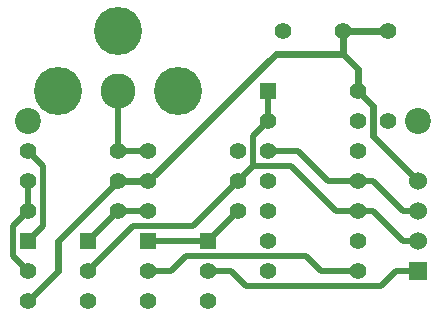
<source format=gtl>
G04 (created by PCBNEW (2013-05-16 BZR 4016)-stable) date 12/19/2013 7:04:02 PM*
%MOIN*%
G04 Gerber Fmt 3.4, Leading zero omitted, Abs format*
%FSLAX34Y34*%
G01*
G70*
G90*
G04 APERTURE LIST*
%ADD10C,0.00590551*%
%ADD11C,0.055*%
%ADD12R,0.055X0.055*%
%ADD13C,0.16*%
%ADD14C,0.117*%
%ADD15R,0.06X0.06*%
%ADD16C,0.06*%
%ADD17C,0.0866142*%
%ADD18C,0.019*%
%ADD19C,0.024*%
G04 APERTURE END LIST*
G54D10*
G54D11*
X41000Y-36000D03*
X44000Y-36000D03*
X44000Y-37000D03*
X41000Y-37000D03*
X48000Y-37000D03*
X45000Y-37000D03*
X41000Y-35000D03*
X44000Y-35000D03*
X45000Y-35000D03*
X48000Y-35000D03*
X45000Y-36000D03*
X48000Y-36000D03*
X53000Y-31000D03*
X53000Y-34000D03*
G54D12*
X49000Y-33000D03*
G54D11*
X49000Y-34000D03*
X49000Y-35000D03*
X49000Y-36000D03*
X49000Y-37000D03*
X49000Y-38000D03*
X49000Y-39000D03*
X52000Y-39000D03*
X52000Y-38000D03*
X52000Y-37000D03*
X52000Y-36000D03*
X52000Y-35000D03*
X52000Y-34000D03*
X52000Y-33000D03*
X51500Y-31000D03*
X49500Y-31000D03*
G54D12*
X41000Y-38000D03*
G54D11*
X41000Y-39000D03*
X41000Y-40000D03*
G54D12*
X45000Y-38000D03*
G54D11*
X45000Y-39000D03*
X45000Y-40000D03*
G54D12*
X43000Y-38000D03*
G54D11*
X43000Y-39000D03*
X43000Y-40000D03*
G54D12*
X47000Y-38000D03*
G54D11*
X47000Y-39000D03*
X47000Y-40000D03*
G54D13*
X44000Y-31000D03*
X46000Y-33000D03*
X42000Y-33000D03*
G54D14*
X44000Y-33000D03*
G54D15*
X54000Y-39000D03*
G54D16*
X54000Y-38000D03*
X54000Y-37000D03*
X54000Y-36000D03*
G54D17*
X41000Y-34000D03*
X54000Y-34000D03*
G54D18*
X52000Y-36000D02*
X52500Y-36000D01*
X53500Y-37000D02*
X54000Y-37000D01*
X52500Y-36000D02*
X53500Y-37000D01*
X52000Y-36000D02*
X51000Y-36000D01*
X50000Y-35000D02*
X49000Y-35000D01*
X51000Y-36000D02*
X50000Y-35000D01*
X54000Y-38000D02*
X53500Y-38000D01*
X52500Y-37000D02*
X52000Y-37000D01*
X53500Y-38000D02*
X52500Y-37000D01*
X48500Y-35500D02*
X49750Y-35500D01*
X49750Y-35500D02*
X51250Y-37000D01*
X44500Y-37500D02*
X46500Y-37500D01*
X43000Y-39000D02*
X44500Y-37500D01*
X46500Y-37500D02*
X48000Y-36000D01*
X48500Y-35500D02*
X48000Y-36000D01*
X51250Y-37000D02*
X52000Y-37000D01*
X48500Y-35250D02*
X48500Y-34500D01*
X49000Y-34000D02*
X48500Y-34500D01*
X48500Y-35500D02*
X48500Y-35250D01*
X49000Y-34000D02*
X49000Y-33000D01*
X47000Y-39000D02*
X47750Y-39000D01*
X53250Y-39000D02*
X54000Y-39000D01*
X52750Y-39500D02*
X53250Y-39000D01*
X48250Y-39500D02*
X52750Y-39500D01*
X47750Y-39000D02*
X48250Y-39500D01*
X45000Y-39000D02*
X45750Y-39000D01*
X50750Y-39000D02*
X52000Y-39000D01*
X50250Y-38500D02*
X50750Y-39000D01*
X46250Y-38500D02*
X50250Y-38500D01*
X45750Y-39000D02*
X46250Y-38500D01*
X47000Y-38000D02*
X48000Y-37000D01*
X45000Y-38000D02*
X47000Y-38000D01*
X44000Y-37000D02*
X45000Y-37000D01*
X43000Y-38000D02*
X44000Y-37000D01*
X41000Y-39000D02*
X40500Y-38500D01*
X40500Y-37500D02*
X41000Y-37000D01*
X40500Y-38500D02*
X40500Y-37500D01*
X41000Y-37000D02*
X41000Y-36000D01*
X41000Y-38000D02*
X41500Y-37500D01*
X41500Y-35500D02*
X41000Y-35000D01*
X41500Y-37500D02*
X41500Y-35500D01*
X44000Y-35000D02*
X44000Y-33000D01*
X45000Y-35000D02*
X44000Y-35000D01*
G54D19*
X52500Y-33500D02*
X52500Y-34500D01*
X52000Y-33000D02*
X52500Y-33500D01*
X52500Y-34500D02*
X54000Y-36000D01*
X49250Y-31750D02*
X51500Y-31750D01*
X52000Y-33000D02*
X52000Y-32250D01*
X52000Y-32250D02*
X51500Y-31750D01*
X44000Y-36000D02*
X45000Y-36000D01*
X45000Y-36000D02*
X49250Y-31750D01*
X41000Y-40000D02*
X42000Y-39000D01*
X42000Y-38000D02*
X44000Y-36000D01*
X42000Y-39000D02*
X42000Y-38000D01*
X51500Y-31000D02*
X53000Y-31000D01*
X51500Y-31750D02*
X51500Y-31000D01*
M02*

</source>
